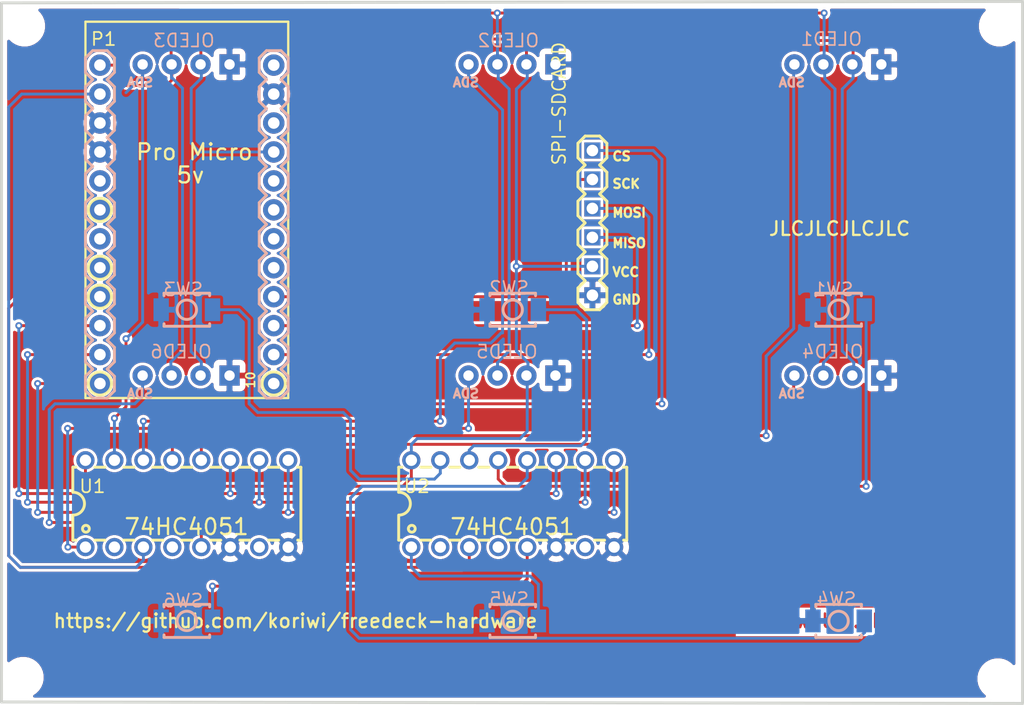
<source format=kicad_pcb>
(kicad_pcb (version 20171130) (host pcbnew "(5.1.6)-1")
  (layers (0 F.Cu signal) (31 B.Cu signal) (34 B.Paste user) (35 F.Paste user) (36 B.SilkS user) (37 F.SilkS user) (38 B.Mask user) (39 F.Mask user) (44 Edge.Cuts user))
  (net 0 "")
  (net 1 GND)
  (net 2 SW3)
  (net 3 SW1)
  (net 4 SW4)
  (net 5 SW6)
  (net 6 +5V)
  (net 7 CS)
  (net 8 MOSI)
  (net 9 MISO)
  (net 10 C)
  (net 11 B)
  (net 12 A)
  (net 13 SW2)
  (net 14 SW5)
  (net 15 X1)
  (net 16 SDA5)
  (net 17 SDA2)
  (net 18 SCL)
  (net 19 SDA6)
  (net 20 SDA3)
  (net 21 SDA1)
  (net 22 X2)
  (net 23 SCK)
  (net 24 SDA4)
  (net 25 RESET)
  (module easyeda:SSD1306_ARDUINO (layer F.Cu) (at 86.36 28.448)
    (fp_text reference OLED1 (at 2.159 -12.319) (layer B.SilkS) (effects (font (size 1.143 1.143) (thickness 0.152)) (justify left mirror)))
    (fp_text value SDA (at -2.85 -8.512) (layer B.SilkS) (effects (font (size 0.8 0.8) (thickness 0.203)) (justify left mirror)))
    (pad 1 thru_hole rect (at 3.744 -10.099) (size 1.778 1.778) (drill 0.914) (layers *.Cu *.Paste *.Mask) (net 1 GND))
    (pad 2 thru_hole circle (at 1.204 -10.1) (size 1.778 1.778) (drill 0.914) (layers *.Cu *.Paste *.Mask) (net 6 +5V))
    (pad 3 thru_hole circle (at -1.336 -10.1) (size 1.778 1.778) (drill 0.914) (layers *.Cu *.Paste *.Mask) (net 18 SCL))
    (pad 4 thru_hole circle (at -3.876 -10.1) (size 1.778 1.778) (drill 0.914) (layers *.Cu *.Paste *.Mask) (net 21 SDA1))
  )
  (module easyeda:SSD1306_ARDUINO (layer F.Cu) (at 57.785 28.448)
    (fp_text reference OLED2 (at 2.413 -12.192) (layer B.SilkS) (effects (font (size 1.143 1.143) (thickness 0.152)) (justify left mirror)))
    (fp_text value SDA (at -2.85 -8.512) (layer B.SilkS) (effects (font (size 0.8 0.8) (thickness 0.203)) (justify left mirror)))
    (pad 1 thru_hole rect (at 3.744 -10.099) (size 1.778 1.778) (drill 0.914) (layers *.Cu *.Paste *.Mask) (net 1 GND))
    (pad 2 thru_hole circle (at 1.204 -10.1) (size 1.778 1.778) (drill 0.914) (layers *.Cu *.Paste *.Mask) (net 6 +5V))
    (pad 3 thru_hole circle (at -1.336 -10.1) (size 1.778 1.778) (drill 0.914) (layers *.Cu *.Paste *.Mask) (net 18 SCL))
    (pad 4 thru_hole circle (at -3.876 -10.1) (size 1.778 1.778) (drill 0.914) (layers *.Cu *.Paste *.Mask) (net 17 SDA2))
  )
  (module easyeda:SSD1306_ARDUINO (layer F.Cu) (at 29.21 28.448)
    (fp_text reference OLED3 (at 2.539 -12.193) (layer B.SilkS) (effects (font (size 1.143 1.143) (thickness 0.152)) (justify left mirror)))
    (fp_text value SDA (at -2.85 -8.512) (layer B.SilkS) (effects (font (size 0.8 0.8) (thickness 0.203)) (justify left mirror)))
    (pad 1 thru_hole rect (at 3.744 -10.099) (size 1.778 1.778) (drill 0.914) (layers *.Cu *.Paste *.Mask) (net 1 GND))
    (pad 2 thru_hole circle (at 1.204 -10.1) (size 1.778 1.778) (drill 0.914) (layers *.Cu *.Paste *.Mask) (net 6 +5V))
    (pad 3 thru_hole circle (at -1.336 -10.1) (size 1.778 1.778) (drill 0.914) (layers *.Cu *.Paste *.Mask) (net 18 SCL))
    (pad 4 thru_hole circle (at -3.876 -10.1) (size 1.778 1.778) (drill 0.914) (layers *.Cu *.Paste *.Mask) (net 20 SDA3))
  )
  (module easyeda:SSD1306_ARDUINO (layer F.Cu) (at 86.36 55.753)
    (fp_text reference OLED4 (at 2.285 -12.193) (layer B.SilkS) (effects (font (size 1.143 1.143) (thickness 0.152)) (justify left mirror)))
    (fp_text value SDA (at -2.85 -8.512) (layer B.SilkS) (effects (font (size 0.8 0.8) (thickness 0.203)) (justify left mirror)))
    (pad 1 thru_hole rect (at 3.744 -10.099) (size 1.778 1.778) (drill 0.914) (layers *.Cu *.Paste *.Mask) (net 1 GND))
    (pad 2 thru_hole circle (at 1.204 -10.1) (size 1.778 1.778) (drill 0.914) (layers *.Cu *.Paste *.Mask) (net 6 +5V))
    (pad 3 thru_hole circle (at -1.336 -10.1) (size 1.778 1.778) (drill 0.914) (layers *.Cu *.Paste *.Mask) (net 18 SCL))
    (pad 4 thru_hole circle (at -3.876 -10.1) (size 1.778 1.778) (drill 0.914) (layers *.Cu *.Paste *.Mask) (net 24 SDA4))
  )
  (module easyeda:SSD1306_ARDUINO (layer F.Cu) (at 57.785 55.753)
    (fp_text reference OLED5 (at 2.285 -12.193) (layer B.SilkS) (effects (font (size 1.143 1.143) (thickness 0.152)) (justify left mirror)))
    (fp_text value SDA (at -2.85 -8.512) (layer B.SilkS) (effects (font (size 0.8 0.8) (thickness 0.203)) (justify left mirror)))
    (pad 1 thru_hole rect (at 3.744 -10.099) (size 1.778 1.778) (drill 0.914) (layers *.Cu *.Paste *.Mask) (net 1 GND))
    (pad 2 thru_hole circle (at 1.204 -10.1) (size 1.778 1.778) (drill 0.914) (layers *.Cu *.Paste *.Mask) (net 6 +5V))
    (pad 3 thru_hole circle (at -1.336 -10.1) (size 1.778 1.778) (drill 0.914) (layers *.Cu *.Paste *.Mask) (net 18 SCL))
    (pad 4 thru_hole circle (at -3.876 -10.1) (size 1.778 1.778) (drill 0.914) (layers *.Cu *.Paste *.Mask) (net 16 SDA5))
  )
  (module easyeda:SSD1306_ARDUINO (layer F.Cu) (at 29.21 55.753)
    (fp_text reference OLED6 (at 2.285 -12.193) (layer B.SilkS) (effects (font (size 1.143 1.143) (thickness 0.152)) (justify left mirror)))
    (fp_text value SDA (at -2.85 -8.512) (layer B.SilkS) (effects (font (size 0.8 0.8) (thickness 0.203)) (justify left mirror)))
    (pad 1 thru_hole rect (at 3.744 -10.099) (size 1.778 1.778) (drill 0.914) (layers *.Cu *.Paste *.Mask) (net 1 GND))
    (pad 2 thru_hole circle (at 1.204 -10.1) (size 1.778 1.778) (drill 0.914) (layers *.Cu *.Paste *.Mask) (net 6 +5V))
    (pad 3 thru_hole circle (at -1.336 -10.1) (size 1.778 1.778) (drill 0.914) (layers *.Cu *.Paste *.Mask) (net 18 SCL))
    (pad 4 thru_hole circle (at -3.876 -10.1) (size 1.778 1.778) (drill 0.914) (layers *.Cu *.Paste *.Mask) (net 19 SDA6))
  )
  (module easyeda:SW-SMD_L3.9-W3.0-P4.45 (layer F.Cu) (at 86.36 39.878)
    (fp_text reference SW1 (at 1.397 -1.778) (layer B.SilkS) (effects (font (size 1.143 1.143) (thickness 0.152)) (justify left mirror)))
    (fp_text value TS-1088R-02026 hide)
    (pad 1 smd rect (at 2.25 0) (size 1.35 2) (layers B.Cu B.Paste B.Mask) (net 3 SW1))
    (pad 2 smd rect (at -2.25 0) (size 1.35 2) (layers B.Cu B.Paste B.Mask) (net 1 GND))
  )
  (module easyeda:SW-SMD_L3.9-W3.0-P4.45 (layer F.Cu) (at 57.785 39.878)
    (fp_text reference SW2 (at 1.524 -1.905) (layer B.SilkS) (effects (font (size 1.143 1.143) (thickness 0.152)) (justify left mirror)))
    (fp_text value TS-1088R-02026 hide)
    (pad 1 smd rect (at 2.25 0) (size 1.35 2) (layers B.Cu B.Paste B.Mask) (net 13 SW2))
    (pad 2 smd rect (at -2.25 0) (size 1.35 2) (layers B.Cu B.Paste B.Mask) (net 1 GND))
  )
  (module easyeda:SW-SMD_L3.9-W3.0-P4.45 (layer F.Cu) (at 29.21 39.878)
    (fp_text reference SW3 (at 1.524 -1.778) (layer B.SilkS) (effects (font (size 1.143 1.143) (thickness 0.152)) (justify left mirror)))
    (fp_text value TS-1088R-02026 hide)
    (pad 1 smd rect (at 2.25 0) (size 1.35 2) (layers B.Cu B.Paste B.Mask) (net 2 SW3))
    (pad 2 smd rect (at -2.25 0) (size 1.35 2) (layers B.Cu B.Paste B.Mask) (net 1 GND))
  )
  (module easyeda:SW-SMD_L3.9-W3.0-P4.45 (layer F.Cu) (at 86.36 67.183)
    (fp_text reference SW4 (at 1.651 -1.905) (layer B.SilkS) (effects (font (size 1.143 1.143) (thickness 0.152)) (justify left mirror)))
    (fp_text value TS-1088R-02026 hide)
    (pad 1 smd rect (at 2.25 0) (size 1.35 2) (layers B.Cu B.Paste B.Mask) (net 4 SW4))
    (pad 2 smd rect (at -2.25 0) (size 1.35 2) (layers B.Cu B.Paste B.Mask) (net 1 GND))
  )
  (module easyeda:SW-SMD_L3.9-W3.0-P4.45 (layer F.Cu) (at 57.785 67.183)
    (fp_text reference SW5 (at 1.524 -1.905) (layer B.SilkS) (effects (font (size 1.143 1.143) (thickness 0.152)) (justify left mirror)))
    (fp_text value TS-1088R-02026 hide)
    (pad 1 smd rect (at 2.25 0) (size 1.35 2) (layers B.Cu B.Paste B.Mask) (net 14 SW5))
    (pad 2 smd rect (at -2.25 0) (size 1.35 2) (layers B.Cu B.Paste B.Mask) (net 1 GND))
  )
  (module easyeda:SW-SMD_L3.9-W3.0-P4.45 (layer F.Cu) (at 29.21 67.183)
    (fp_text reference SW6 (at 1.524 -1.778) (layer B.SilkS) (effects (font (size 1.143 1.143) (thickness 0.152)) (justify left mirror)))
    (fp_text value TS-1088R-02026 hide)
    (pad 1 smd rect (at 2.25 0) (size 1.35 2) (layers B.Cu B.Paste B.Mask) (net 5 SW6))
    (pad 2 smd rect (at -2.25 0) (size 1.35 2) (layers B.Cu B.Paste B.Mask) (net 1 GND))
  )
  (module "easyeda:PRO MICRO - 5V" (layer F.Cu) (at 29.21 32.385)
    (fp_text reference P1 (at -8.509 -16.256) (layer F.SilkS) (effects (font (size 1.143 1.143) (thickness 0.152)) (justify left)))
    (fp_text value 10 (at 5.588 14.478 -90) (layer F.SilkS) (effects (font (size 0.762 0.762) (thickness 0.152)) (justify left)))
    (pad 1 thru_hole circle (at -7.62 13.97) (size 1.88 1.88) (drill 1.016) (layers *.Cu *.Paste *.Mask) (net 10 C))
    (pad 2 thru_hole circle (at -7.62 11.43) (size 1.88 1.88) (drill 1.016) (layers *.Cu *.Paste *.Mask) (net 11 B))
    (pad 3 thru_hole circle (at -7.62 8.89) (size 1.88 1.88) (drill 1.016) (layers *.Cu *.Paste *.Mask) (net 12 A))
    (pad 4 thru_hole circle (at -7.62 6.35) (size 1.88 1.88) (drill 1.016) (layers *.Cu *.Paste *.Mask) (net 22 X2))
    (pad 5 thru_hole circle (at -7.62 3.81) (size 1.88 1.88) (drill 1.016) (layers *.Cu *.Paste *.Mask))
    (pad 6 thru_hole circle (at -7.62 1.27) (size 1.88 1.88) (drill 1.016) (layers *.Cu *.Paste *.Mask))
    (pad 7 thru_hole circle (at -7.62 -1.27) (size 1.88 1.88) (drill 1.016) (layers *.Cu *.Paste *.Mask))
    (pad 8 thru_hole circle (at -7.62 -3.81) (size 1.88 1.88) (drill 1.016) (layers *.Cu *.Paste *.Mask))
    (pad 9 thru_hole circle (at -7.62 -6.35) (size 1.88 1.88) (drill 1.016) (layers *.Cu *.Paste *.Mask) (net 1 GND))
    (pad 10 thru_hole circle (at -7.62 -8.89) (size 1.88 1.88) (drill 1.016) (layers *.Cu *.Paste *.Mask) (net 1 GND))
    (pad 11 thru_hole circle (at -7.62 -11.43) (size 1.88 1.88) (drill 1.016) (layers *.Cu *.Paste *.Mask) (net 15 X1))
    (pad 12 thru_hole circle (at -7.62 -13.97) (size 1.88 1.88) (drill 1.016) (layers *.Cu *.Paste *.Mask) (net 18 SCL))
    (pad 13 thru_hole circle (at 7.62 -13.97 180) (size 1.88 1.88) (drill 1.016) (layers *.Cu *.Paste *.Mask))
    (pad 14 thru_hole circle (at 7.62 -11.43 180) (size 1.88 1.88) (drill 1.016) (layers *.Cu *.Paste *.Mask) (net 1 GND))
    (pad 15 thru_hole circle (at 7.62 -8.89 180) (size 1.88 1.88) (drill 1.016) (layers *.Cu *.Paste *.Mask) (net 25 RESET))
    (pad 16 thru_hole circle (at 7.62 -6.35 180) (size 1.88 1.88) (drill 1.016) (layers *.Cu *.Paste *.Mask) (net 6 +5V))
    (pad 17 thru_hole circle (at 7.62 -3.81 180) (size 1.88 1.88) (drill 1.016) (layers *.Cu *.Paste *.Mask))
    (pad 18 thru_hole circle (at 7.62 -1.27 180) (size 1.88 1.88) (drill 1.016) (layers *.Cu *.Paste *.Mask))
    (pad 19 thru_hole circle (at 7.62 1.27 180) (size 1.88 1.88) (drill 1.016) (layers *.Cu *.Paste *.Mask))
    (pad 20 thru_hole circle (at 7.62 3.81 180) (size 1.88 1.88) (drill 1.016) (layers *.Cu *.Paste *.Mask))
    (pad 21 thru_hole circle (at 7.62 6.35 180) (size 1.88 1.88) (drill 1.016) (layers *.Cu *.Paste *.Mask) (net 23 SCK))
    (pad 22 thru_hole circle (at 7.62 8.89 180) (size 1.88 1.88) (drill 1.016) (layers *.Cu *.Paste *.Mask) (net 9 MISO))
    (pad 23 thru_hole circle (at 7.62 11.43 180) (size 1.88 1.88) (drill 1.016) (layers *.Cu *.Paste *.Mask) (net 8 MOSI))
    (pad 24 thru_hole circle (at 7.62 13.97 180) (size 1.88 1.88) (drill 1.016) (layers *.Cu *.Paste *.Mask) (net 7 CS))
  )
  (module easyeda:06X1-PTH (layer F.Cu) (at 64.77 32.258 90)
    (fp_text reference SPI-SDCARD (at 4.953 -2.921 -90) (layer F.SilkS) (effects (font (size 1.143 1.143) (thickness 0.152)) (justify left)))
    (fp_text value HEADER-06X1-MALE hide)
    (pad 1 thru_hole rect (at -6.35 0 90) (size 1.415 1.415) (drill 1.016) (layers *.Cu *.Paste *.Mask) (net 1 GND))
    (pad 3 thru_hole rect (at -1.27 0 90) (size 1.415 1.415) (drill 1.016) (layers *.Cu *.Paste *.Mask) (net 9 MISO))
    (pad 5 thru_hole rect (at 3.81 0 90) (size 1.415 1.415) (drill 1.016) (layers *.Cu *.Paste *.Mask) (net 23 SCK))
    (pad 2 thru_hole rect (at -3.81 0 90) (size 1.415 1.415) (drill 1.016) (layers *.Cu *.Paste *.Mask) (net 6 +5V))
    (pad 4 thru_hole rect (at 1.27 0 90) (size 1.415 1.415) (drill 1.016) (layers *.Cu *.Paste *.Mask) (net 8 MOSI))
    (pad 6 thru_hole rect (at 6.35 0 90) (size 1.415 1.415) (drill 1.016) (layers *.Cu *.Paste *.Mask) (net 7 CS))
  )
  (module easyeda:DIP-16_L20.0-W6.4-P2.54-LS7.6-BL (layer F.Cu) (at 29.21 56.896)
    (fp_text reference U1 (at -9.525 -1.524) (layer F.SilkS) (effects (font (size 1.143 1.143) (thickness 0.152)) (justify left)))
    (fp_text value CD74HC4051E hide)
    (pad 1 thru_hole circle (at -8.89 3.81 90) (size 1.6 1.6) (drill 1) (layers *.Cu *.Paste *.Mask) (net 16 SDA5))
    (pad 2 thru_hole circle (at -6.35 3.81 90) (size 1.6 1.6) (drill 1) (layers *.Cu *.Paste *.Mask))
    (pad 3 thru_hole circle (at -3.81 3.81 90) (size 1.6 1.6) (drill 1) (layers *.Cu *.Paste *.Mask) (net 15 X1))
    (pad 4 thru_hole circle (at -1.27 3.81 90) (size 1.6 1.6) (drill 1) (layers *.Cu *.Paste *.Mask))
    (pad 5 thru_hole circle (at 1.27 3.81 90) (size 1.6 1.6) (drill 1) (layers *.Cu *.Paste *.Mask) (net 19 SDA6))
    (pad 6 thru_hole circle (at 3.81 3.81 90) (size 1.6 1.6) (drill 1) (layers *.Cu *.Paste *.Mask) (net 1 GND))
    (pad 7 thru_hole circle (at 6.35 3.81 90) (size 1.6 1.6) (drill 1) (layers *.Cu *.Paste *.Mask))
    (pad 8 thru_hole circle (at 8.89 3.81 90) (size 1.6 1.6) (drill 1) (layers *.Cu *.Paste *.Mask) (net 1 GND))
    (pad 9 thru_hole circle (at 8.89 -3.81 90) (size 1.6 1.6) (drill 1) (layers *.Cu *.Paste *.Mask) (net 10 C))
    (pad 10 thru_hole circle (at 6.35 -3.81 90) (size 1.6 1.6) (drill 1) (layers *.Cu *.Paste *.Mask) (net 11 B))
    (pad 11 thru_hole circle (at 3.81 -3.81 90) (size 1.6 1.6) (drill 1) (layers *.Cu *.Paste *.Mask) (net 12 A))
    (pad 12 thru_hole circle (at 1.27 -3.81 90) (size 1.6 1.6) (drill 1) (layers *.Cu *.Paste *.Mask) (net 24 SDA4))
    (pad 13 thru_hole circle (at -1.27 -3.81 90) (size 1.6 1.6) (drill 1) (layers *.Cu *.Paste *.Mask) (net 21 SDA1))
    (pad 14 thru_hole circle (at -3.81 -3.81 90) (size 1.6 1.6) (drill 1) (layers *.Cu *.Paste *.Mask) (net 17 SDA2))
    (pad 15 thru_hole circle (at -6.35 -3.81 90) (size 1.6 1.6) (drill 1) (layers *.Cu *.Paste *.Mask) (net 20 SDA3))
    (pad 16 thru_hole circle (at -8.89 -3.81 90) (size 1.6 1.6) (drill 1) (layers *.Cu *.Paste *.Mask) (net 6 +5V))
  )
  (module easyeda:DIP-16_L20.0-W6.4-P2.54-LS7.6-BL (layer F.Cu) (at 57.785 56.896)
    (fp_text reference U2 (at -9.652 -1.524) (layer F.SilkS) (effects (font (size 1.143 1.143) (thickness 0.152)) (justify left)))
    (fp_text value CD74HC4051E hide)
    (pad 1 thru_hole circle (at -8.89 3.81 90) (size 1.6 1.6) (drill 1) (layers *.Cu *.Paste *.Mask) (net 14 SW5))
    (pad 2 thru_hole circle (at -6.35 3.81 90) (size 1.6 1.6) (drill 1) (layers *.Cu *.Paste *.Mask))
    (pad 3 thru_hole circle (at -3.81 3.81 90) (size 1.6 1.6) (drill 1) (layers *.Cu *.Paste *.Mask) (net 22 X2))
    (pad 4 thru_hole circle (at -1.27 3.81 90) (size 1.6 1.6) (drill 1) (layers *.Cu *.Paste *.Mask))
    (pad 5 thru_hole circle (at 1.27 3.81 90) (size 1.6 1.6) (drill 1) (layers *.Cu *.Paste *.Mask) (net 5 SW6))
    (pad 6 thru_hole circle (at 3.81 3.81 90) (size 1.6 1.6) (drill 1) (layers *.Cu *.Paste *.Mask) (net 1 GND))
    (pad 7 thru_hole circle (at 6.35 3.81 90) (size 1.6 1.6) (drill 1) (layers *.Cu *.Paste *.Mask))
    (pad 8 thru_hole circle (at 8.89 3.81 90) (size 1.6 1.6) (drill 1) (layers *.Cu *.Paste *.Mask) (net 1 GND))
    (pad 9 thru_hole circle (at 8.89 -3.81 90) (size 1.6 1.6) (drill 1) (layers *.Cu *.Paste *.Mask) (net 10 C))
    (pad 10 thru_hole circle (at 6.35 -3.81 90) (size 1.6 1.6) (drill 1) (layers *.Cu *.Paste *.Mask) (net 11 B))
    (pad 11 thru_hole circle (at 3.81 -3.81 90) (size 1.6 1.6) (drill 1) (layers *.Cu *.Paste *.Mask) (net 12 A))
    (pad 12 thru_hole circle (at 1.27 -3.81 90) (size 1.6 1.6) (drill 1) (layers *.Cu *.Paste *.Mask) (net 4 SW4))
    (pad 13 thru_hole circle (at -1.27 -3.81 90) (size 1.6 1.6) (drill 1) (layers *.Cu *.Paste *.Mask) (net 3 SW1))
    (pad 14 thru_hole circle (at -3.81 -3.81 90) (size 1.6 1.6) (drill 1) (layers *.Cu *.Paste *.Mask) (net 13 SW2))
    (pad 15 thru_hole circle (at -6.35 -3.81 90) (size 1.6 1.6) (drill 1) (layers *.Cu *.Paste *.Mask) (net 2 SW3))
    (pad 16 thru_hole circle (at -8.89 -3.81 90) (size 1.6 1.6) (drill 1) (layers *.Cu *.Paste *.Mask) (net 6 +5V))
  )
  (module AutoGenerated:MountingHole_3.10mm (layer F.Cu) (at 14.986 14.986)
    (fp_text reference "" (at 0 0) (layer F.SilkS) (effects (font (size 1.27 1.27))))
    (fp_text value "" (at 0 0) (layer F.SilkS) (effects (font (size 1.27 1.27))))
    (pad "" np_thru_hole circle (at 0 0) (size 3.096 3.096) (drill 3.096) (layers *.Cu *.Mask))
  )
  (module AutoGenerated:MountingHole_3.10mm (layer F.Cu) (at 100.33 72.263)
    (fp_text reference "" (at 0 0) (layer F.SilkS) (effects (font (size 1.27 1.27))))
    (fp_text value "" (at 0 0) (layer F.SilkS) (effects (font (size 1.27 1.27))))
    (pad "" np_thru_hole circle (at 0 0) (size 3.096 3.096) (drill 3.096) (layers *.Cu *.Mask))
  )
  (module AutoGenerated:MountingHole_3.10mm (layer F.Cu) (at 100.457 14.986)
    (fp_text reference "" (at 0 0) (layer F.SilkS) (effects (font (size 1.27 1.27))))
    (fp_text value "" (at 0 0) (layer F.SilkS) (effects (font (size 1.27 1.27))))
    (pad "" np_thru_hole circle (at 0 0) (size 3.096 3.096) (drill 3.096) (layers *.Cu *.Mask))
  )
  (module AutoGenerated:MountingHole_3.10mm (layer F.Cu) (at 14.859 72.136)
    (fp_text reference "" (at 0 0) (layer F.SilkS) (effects (font (size 1.27 1.27))))
    (fp_text value "" (at 0 0) (layer F.SilkS) (effects (font (size 1.27 1.27))))
    (pad "" np_thru_hole circle (at 0 0) (size 3.096 3.096) (drill 3.096) (layers *.Cu *.Mask))
  )
  (gr_line (start 12.954 12.954) (end 102.489 12.827) (layer Edge.Cuts) (width 0.254))
  (gr_line (start 102.489 12.827) (end 102.489 74.422) (layer Edge.Cuts) (width 0.254))
  (gr_line (start 102.489 74.422) (end 12.954 74.295) (layer Edge.Cuts) (width 0.254))
  (gr_line (start 12.954 74.295) (end 12.954 12.954) (layer Edge.Cuts) (width 0.254))
  (gr_text "adamwelch.uk 2020-02" (at 77.597 67.183) (layer F.Cu) (effects (font (size 1.2 1.2) (thickness 0.203)) (justify left)))
  (gr_text 5v (at 28.194 28.067) (layer F.SilkS) (effects (font (size 1.4 1.4) (thickness 0.203)) (justify left)))
  (gr_text "Pro Micro" (at 24.638 26.035) (layer F.SilkS) (effects (font (size 1.4 1.4) (thickness 0.203)) (justify left)))
  (gr_text CS (at 66.421 26.416) (layer F.SilkS) (effects (font (size 0.8 0.8) (thickness 0.203)) (justify left)))
  (gr_text SCK (at 66.421 28.829) (layer F.SilkS) (effects (font (size 0.8 0.8) (thickness 0.203)) (justify left)))
  (gr_text MOSI (at 66.421 31.369) (layer F.SilkS) (effects (font (size 0.8 0.8) (thickness 0.203)) (justify left)))
  (gr_text MISO (at 66.421 34.036) (layer F.SilkS) (effects (font (size 0.8 0.8) (thickness 0.203)) (justify left)))
  (gr_text VCC (at 66.421 36.576) (layer F.SilkS) (effects (font (size 0.8 0.8) (thickness 0.203)) (justify left)))
  (gr_text GND (at 66.421 38.989) (layer F.SilkS) (effects (font (size 0.8 0.8) (thickness 0.203)) (justify left)))
  (gr_text https://github.com/koriwi/freedeck-hardware (at 17.399 67.183) (layer F.SilkS) (effects (font (size 1.2 1.2) (thickness 0.203)) (justify left)))
  (gr_text 74HC4051 (at 23.622 58.928) (layer F.SilkS) (effects (font (size 1.4 1.4) (thickness 0.203)) (justify left)))
  (gr_text 74HC4051 (at 52.197 58.928) (layer F.SilkS) (effects (font (size 1.4 1.4) (thickness 0.203)) (justify left)))
  (gr_text JLCJLCJLCJLC (at 80.137 32.766) (layer F.SilkS) (effects (font (size 1.2 1.2) (thickness 0.203)) (justify left)))
  (segment (start 31.46 39.878) (end 33.782 39.878) (width 0.256) (layer B.Cu) (net 2))
  (segment (start 33.782 39.878) (end 34.671 40.767) (width 0.256) (layer B.Cu) (net 2))
  (segment (start 34.671 40.767) (end 34.671 48.133) (width 0.256) (layer B.Cu) (net 2))
  (segment (start 34.671 48.133) (end 35.433 48.895) (width 0.256) (layer B.Cu) (net 2))
  (segment (start 35.433 48.895) (end 42.926 48.895) (width 0.256) (layer B.Cu) (net 2))
  (segment (start 42.926 48.895) (end 43.561 49.53) (width 0.256) (layer B.Cu) (net 2))
  (segment (start 43.561 49.53) (end 43.561 53.975) (width 0.256) (layer B.Cu) (net 2))
  (segment (start 43.561 53.975) (end 44.323 54.737) (width 0.256) (layer B.Cu) (net 2))
  (segment (start 44.323 54.737) (end 50.927 54.737) (width 0.256) (layer B.Cu) (net 2))
  (segment (start 50.927 54.737) (end 51.435 54.229) (width 0.256) (layer B.Cu) (net 2))
  (segment (start 51.435 54.229) (end 51.435 53.086) (width 0.256) (layer B.Cu) (net 2))
  (segment (start 88.61 39.878) (end 88.773 40.041) (width 0.256) (layer B.Cu) (net 3))
  (segment (start 88.773 40.041) (end 88.773 55.372) (width 0.256) (layer B.Cu) (net 3))
  (segment (start 56.515 53.086) (end 56.515 54.737) (width 0.256) (layer F.Cu) (net 3))
  (segment (start 56.515 54.737) (end 57.15 55.372) (width 0.256) (layer F.Cu) (net 3))
  (segment (start 57.15 55.372) (end 88.773 55.372) (width 0.256) (layer F.Cu) (net 3))
  (via (at 88.773 55.372) (size 0.61) (drill 0.305) (layers F.Cu B.Cu) (net 3))
  (segment (start 88.61 67.183) (end 88.646 68.199) (width 0.256) (layer B.Cu) (net 4))
  (segment (start 88.646 68.199) (end 88.029 68.707) (width 0.256) (layer B.Cu) (net 4))
  (segment (start 88.029 68.707) (end 44.323 68.707) (width 0.256) (layer B.Cu) (net 4))
  (segment (start 44.323 68.707) (end 43.561 67.945) (width 0.256) (layer B.Cu) (net 4))
  (segment (start 43.561 67.945) (end 43.561 56.388) (width 0.256) (layer B.Cu) (net 4))
  (segment (start 43.561 56.388) (end 44.577 55.372) (width 0.256) (layer B.Cu) (net 4))
  (segment (start 44.577 55.372) (end 58.293 55.372) (width 0.256) (layer B.Cu) (net 4))
  (segment (start 58.293 55.372) (end 59.055 54.61) (width 0.256) (layer B.Cu) (net 4))
  (segment (start 59.055 54.61) (end 59.055 53.086) (width 0.256) (layer B.Cu) (net 4))
  (segment (start 31.46 67.183) (end 31.46 64.135) (width 0.256) (layer B.Cu) (net 5))
  (segment (start 31.46 64.135) (end 58.42 64.135) (width 0.256) (layer F.Cu) (net 5))
  (segment (start 58.42 64.135) (end 59.055 63.5) (width 0.256) (layer F.Cu) (net 5))
  (segment (start 59.055 63.5) (end 59.055 60.706) (width 0.256) (layer F.Cu) (net 5))
  (via (at 31.46 64.135) (size 0.61) (drill 0.305) (layers F.Cu B.Cu) (net 5))
  (segment (start 64.77 36.068) (end 58.105 36.068) (width 0.256) (layer B.Cu) (net 6))
  (segment (start 48.895 53.086) (end 48.895 51.689) (width 0.256) (layer B.Cu) (net 6))
  (segment (start 48.895 51.689) (end 49.403 51.181) (width 0.256) (layer B.Cu) (net 6))
  (segment (start 49.403 51.181) (end 58.42 51.181) (width 0.256) (layer B.Cu) (net 6))
  (segment (start 58.42 51.181) (end 59.055 50.546) (width 0.256) (layer B.Cu) (net 6))
  (segment (start 59.055 50.546) (end 59.055 45.719) (width 0.256) (layer B.Cu) (net 6))
  (segment (start 59.055 45.719) (end 58.989 45.653) (width 0.256) (layer B.Cu) (net 6))
  (segment (start 59.055 18.415) (end 59.055 19.564) (width 0.256) (layer B.Cu) (net 6))
  (segment (start 59.055 19.564) (end 58.105 20.514) (width 0.256) (layer B.Cu) (net 6))
  (segment (start 58.105 20.514) (end 58.105 43.501) (width 0.256) (layer B.Cu) (net 6))
  (segment (start 58.105 43.501) (end 59.121 44.517) (width 0.256) (layer B.Cu) (net 6))
  (segment (start 59.121 44.517) (end 59.121 45.654) (width 0.256) (layer B.Cu) (net 6))
  (segment (start 59.121 45.654) (end 59.055 45.72) (width 0.256) (layer B.Cu) (net 6))
  (segment (start 36.83 26.035) (end 30.353 26.035) (width 0.256) (layer B.Cu) (net 6))
  (segment (start 30.353 26.035) (end 29.591 25.273) (width 0.256) (layer B.Cu) (net 6))
  (segment (start 29.591 25.273) (end 29.591 20.447) (width 0.256) (layer B.Cu) (net 6))
  (segment (start 29.591 20.447) (end 30.48 19.558) (width 0.256) (layer B.Cu) (net 6))
  (segment (start 30.48 19.558) (end 30.48 18.415) (width 0.256) (layer B.Cu) (net 6))
  (segment (start 87.63 18.415) (end 87.63 19.563) (width 0.256) (layer B.Cu) (net 6))
  (segment (start 87.63 19.563) (end 86.68 20.513) (width 0.256) (layer B.Cu) (net 6))
  (segment (start 86.68 20.513) (end 86.68 43.5) (width 0.256) (layer B.Cu) (net 6))
  (segment (start 86.68 43.5) (end 87.696 44.516) (width 0.256) (layer B.Cu) (net 6))
  (segment (start 87.696 44.516) (end 87.63 45.593) (width 0.256) (layer B.Cu) (net 6))
  (segment (start 30.353 26.035) (end 29.591 26.797) (width 0.256) (layer B.Cu) (net 6))
  (segment (start 29.591 26.797) (end 29.591 43.561) (width 0.256) (layer B.Cu) (net 6))
  (segment (start 29.591 43.561) (end 30.48 44.45) (width 0.256) (layer B.Cu) (net 6))
  (segment (start 30.48 44.45) (end 30.48 45.72) (width 0.256) (layer B.Cu) (net 6))
  (segment (start 20.32 53.086) (end 20.32 54.61) (width 0.256) (layer F.Cu) (net 6))
  (segment (start 20.32 54.61) (end 21.082 55.372) (width 0.256) (layer F.Cu) (net 6))
  (segment (start 21.082 55.372) (end 48.133 55.372) (width 0.256) (layer F.Cu) (net 6))
  (segment (start 48.133 55.372) (end 48.895 54.61) (width 0.256) (layer F.Cu) (net 6))
  (segment (start 48.895 54.61) (end 48.895 53.086) (width 0.256) (layer F.Cu) (net 6))
  (segment (start 58.989 18.348) (end 58.989 16.637) (width 0.256) (layer F.Cu) (net 6))
  (segment (start 58.989 16.637) (end 58.547 16.129) (width 0.256) (layer F.Cu) (net 6))
  (segment (start 58.547 16.129) (end 30.861 16.129) (width 0.256) (layer F.Cu) (net 6))
  (segment (start 30.861 16.129) (end 30.414 16.576) (width 0.256) (layer F.Cu) (net 6))
  (segment (start 30.414 16.576) (end 30.48 18.415) (width 0.256) (layer F.Cu) (net 6))
  (segment (start 58.989 16.637) (end 59.055 16.637) (width 0.256) (layer F.Cu) (net 6))
  (segment (start 59.055 16.637) (end 59.436 16.256) (width 0.256) (layer F.Cu) (net 6))
  (segment (start 59.436 16.256) (end 87.249 16.256) (width 0.256) (layer F.Cu) (net 6))
  (segment (start 87.249 16.256) (end 87.63 16.637) (width 0.256) (layer F.Cu) (net 6))
  (segment (start 87.63 16.637) (end 87.63 18.415) (width 0.256) (layer F.Cu) (net 6))
  (via (at 58.105 36.068) (size 0.61) (drill 0.305) (layers F.Cu B.Cu) (net 6))
  (segment (start 70.866 48.133) (end 70.866 26.67) (width 0.256) (layer B.Cu) (net 7))
  (segment (start 70.866 26.67) (end 70.104 25.908) (width 0.256) (layer B.Cu) (net 7))
  (segment (start 70.104 25.908) (end 64.77 25.908) (width 0.256) (layer B.Cu) (net 7))
  (segment (start 36.83 46.355) (end 49.022 46.355) (width 0.256) (layer F.Cu) (net 7))
  (segment (start 49.022 46.355) (end 50.8 48.133) (width 0.256) (layer F.Cu) (net 7))
  (segment (start 50.8 48.133) (end 70.866 48.133) (width 0.256) (layer F.Cu) (net 7))
  (via (at 70.866 48.133) (size 0.61) (drill 0.305) (layers F.Cu B.Cu) (net 7))
  (segment (start 69.723 43.815) (end 69.723 31.75) (width 0.256) (layer B.Cu) (net 8))
  (segment (start 69.723 31.75) (end 68.961 30.988) (width 0.256) (layer B.Cu) (net 8))
  (segment (start 68.961 30.988) (end 64.77 30.988) (width 0.256) (layer B.Cu) (net 8))
  (segment (start 36.83 43.815) (end 69.723 43.815) (width 0.256) (layer F.Cu) (net 8))
  (via (at 69.723 43.815) (size 0.61) (drill 0.305) (layers F.Cu B.Cu) (net 8))
  (segment (start 68.707 41.275) (end 68.707 34.417) (width 0.256) (layer B.Cu) (net 9))
  (segment (start 68.707 34.417) (end 67.818 33.528) (width 0.256) (layer B.Cu) (net 9))
  (segment (start 67.818 33.528) (end 64.77 33.528) (width 0.256) (layer B.Cu) (net 9))
  (segment (start 36.83 41.275) (end 68.707 41.275) (width 0.256) (layer F.Cu) (net 9))
  (via (at 68.707 41.275) (size 0.61) (drill 0.305) (layers F.Cu B.Cu) (net 9))
  (segment (start 66.675 53.086) (end 66.675 57.658) (width 0.256) (layer B.Cu) (net 10))
  (segment (start 38.1 53.086) (end 38.1 57.658) (width 0.256) (layer B.Cu) (net 10))
  (segment (start 16.129 46.355) (end 16.129 57.658) (width 0.256) (layer B.Cu) (net 10))
  (segment (start 38.1 57.658) (end 66.675 57.658) (width 0.256) (layer F.Cu) (net 10))
  (segment (start 16.129 57.658) (end 38.1 57.658) (width 0.256) (layer F.Cu) (net 10))
  (segment (start 21.59 46.355) (end 16.129 46.355) (width 0.256) (layer F.Cu) (net 10))
  (via (at 16.129 46.355) (size 0.61) (drill 0.305) (layers F.Cu B.Cu) (net 10))
  (via (at 16.129 57.658) (size 0.61) (drill 0.305) (layers F.Cu B.Cu) (net 10))
  (via (at 38.1 57.658) (size 0.61) (drill 0.305) (layers F.Cu B.Cu) (net 10))
  (via (at 66.675 57.658) (size 0.61) (drill 0.305) (layers F.Cu B.Cu) (net 10))
  (segment (start 64.135 53.086) (end 64.135 56.769) (width 0.256) (layer B.Cu) (net 11))
  (segment (start 35.56 56.769) (end 35.56 53.086) (width 0.256) (layer B.Cu) (net 11))
  (segment (start 15.24 43.815) (end 15.24 56.769) (width 0.256) (layer B.Cu) (net 11))
  (segment (start 35.56 56.769) (end 64.135 56.769) (width 0.256) (layer F.Cu) (net 11))
  (segment (start 15.24 56.769) (end 35.56 56.769) (width 0.256) (layer F.Cu) (net 11))
  (segment (start 21.59 43.815) (end 15.24 43.815) (width 0.256) (layer F.Cu) (net 11))
  (via (at 15.24 43.815) (size 0.61) (drill 0.305) (layers F.Cu B.Cu) (net 11))
  (via (at 15.24 56.769) (size 0.61) (drill 0.305) (layers F.Cu B.Cu) (net 11))
  (via (at 35.56 56.769) (size 0.61) (drill 0.305) (layers F.Cu B.Cu) (net 11))
  (via (at 64.135 56.769) (size 0.61) (drill 0.305) (layers F.Cu B.Cu) (net 11))
  (segment (start 61.595 53.086) (end 61.595 56.007) (width 0.256) (layer B.Cu) (net 12))
  (segment (start 33.02 53.086) (end 33.02 56.007) (width 0.256) (layer B.Cu) (net 12))
  (segment (start 14.478 41.275) (end 14.478 56.007) (width 0.256) (layer B.Cu) (net 12))
  (segment (start 33.02 56.007) (end 61.595 56.007) (width 0.256) (layer F.Cu) (net 12))
  (segment (start 14.478 56.007) (end 33.02 56.007) (width 0.256) (layer F.Cu) (net 12))
  (segment (start 21.59 41.275) (end 14.478 41.275) (width 0.256) (layer F.Cu) (net 12))
  (via (at 14.478 41.275) (size 0.61) (drill 0.305) (layers F.Cu B.Cu) (net 12))
  (via (at 14.478 56.007) (size 0.61) (drill 0.305) (layers F.Cu B.Cu) (net 12))
  (via (at 33.02 56.007) (size 0.61) (drill 0.305) (layers F.Cu B.Cu) (net 12))
  (via (at 61.595 56.007) (size 0.61) (drill 0.305) (layers F.Cu B.Cu) (net 12))
  (segment (start 60.035 39.878) (end 63.373 39.878) (width 0.256) (layer B.Cu) (net 13))
  (segment (start 63.373 39.878) (end 64.262 40.767) (width 0.256) (layer B.Cu) (net 13))
  (segment (start 64.262 40.767) (end 64.262 51.308) (width 0.256) (layer B.Cu) (net 13))
  (segment (start 64.262 51.308) (end 63.754 51.816) (width 0.256) (layer B.Cu) (net 13))
  (segment (start 63.754 51.816) (end 54.356 51.816) (width 0.256) (layer B.Cu) (net 13))
  (segment (start 54.356 51.816) (end 53.975 52.197) (width 0.256) (layer B.Cu) (net 13))
  (segment (start 53.975 52.197) (end 53.975 53.086) (width 0.256) (layer B.Cu) (net 13))
  (segment (start 60.035 67.183) (end 60.035 63.972) (width 0.256) (layer B.Cu) (net 14))
  (segment (start 60.035 63.972) (end 59.309 63.246) (width 0.256) (layer B.Cu) (net 14))
  (segment (start 59.309 63.246) (end 49.657 63.246) (width 0.256) (layer B.Cu) (net 14))
  (segment (start 49.657 63.246) (end 48.895 62.484) (width 0.256) (layer B.Cu) (net 14))
  (segment (start 48.895 62.484) (end 48.895 60.706) (width 0.256) (layer B.Cu) (net 14))
  (segment (start 21.59 20.955) (end 14.732 20.955) (width 0.256) (layer B.Cu) (net 15))
  (segment (start 14.732 20.955) (end 13.589 22.098) (width 0.256) (layer B.Cu) (net 15))
  (segment (start 13.589 22.098) (end 13.589 61.468) (width 0.256) (layer B.Cu) (net 15))
  (segment (start 13.589 61.468) (end 14.605 62.484) (width 0.256) (layer B.Cu) (net 15))
  (segment (start 14.605 62.484) (end 24.765 62.484) (width 0.256) (layer B.Cu) (net 15))
  (segment (start 24.765 62.484) (end 25.4 61.849) (width 0.256) (layer B.Cu) (net 15))
  (segment (start 25.4 61.849) (end 25.4 60.706) (width 0.256) (layer B.Cu) (net 15))
  (segment (start 18.757 50.292) (end 18.757 60.679) (width 0.256) (layer B.Cu) (net 16))
  (segment (start 18.757 60.679) (end 18.785 60.706) (width 0.256) (layer B.Cu) (net 16))
  (segment (start 53.909 45.653) (end 53.909 50.292) (width 0.256) (layer B.Cu) (net 16))
  (segment (start 18.785 60.706) (end 20.32 60.706) (width 0.256) (layer F.Cu) (net 16))
  (segment (start 53.909 50.292) (end 18.757 50.292) (width 0.256) (layer F.Cu) (net 16))
  (via (at 53.909 50.292) (size 0.61) (drill 0.305) (layers F.Cu B.Cu) (net 16))
  (via (at 18.757 50.292) (size 0.61) (drill 0.305) (layers F.Cu B.Cu) (net 16))
  (via (at 18.785 60.706) (size 0.61) (drill 0.305) (layers F.Cu B.Cu) (net 16))
  (segment (start 25.4 49.657) (end 25.4 53.086) (width 0.256) (layer B.Cu) (net 17))
  (segment (start 53.909 18.349) (end 53.909 19.365) (width 0.256) (layer B.Cu) (net 17))
  (segment (start 53.909 19.365) (end 56.896 22.352) (width 0.256) (layer B.Cu) (net 17))
  (segment (start 56.896 22.352) (end 56.896 41.91) (width 0.256) (layer B.Cu) (net 17))
  (segment (start 56.896 41.91) (end 56.769 41.91) (width 0.256) (layer B.Cu) (net 17))
  (segment (start 56.769 41.91) (end 55.88 42.799) (width 0.256) (layer B.Cu) (net 17))
  (segment (start 55.88 42.799) (end 52.705 42.799) (width 0.256) (layer B.Cu) (net 17))
  (segment (start 52.705 42.799) (end 51.435 44.069) (width 0.256) (layer B.Cu) (net 17))
  (segment (start 51.435 44.069) (end 51.435 49.657) (width 0.256) (layer B.Cu) (net 17))
  (segment (start 51.435 49.657) (end 25.4 49.657) (width 0.256) (layer F.Cu) (net 17))
  (via (at 51.435 49.657) (size 0.61) (drill 0.305) (layers F.Cu B.Cu) (net 17))
  (via (at 25.4 49.657) (size 0.61) (drill 0.305) (layers F.Cu B.Cu) (net 17))
  (segment (start 56.515 18.415) (end 56.515 19.625) (width 0.256) (layer B.Cu) (net 18))
  (segment (start 56.515 19.625) (end 56.581 19.625) (width 0.256) (layer B.Cu) (net 18))
  (segment (start 56.581 19.625) (end 57.47 20.514) (width 0.256) (layer B.Cu) (net 18))
  (segment (start 57.47 20.514) (end 57.47 43.501) (width 0.256) (layer B.Cu) (net 18))
  (segment (start 57.47 43.501) (end 56.454 44.517) (width 0.256) (layer B.Cu) (net 18))
  (segment (start 56.454 44.517) (end 56.454 45.659) (width 0.256) (layer B.Cu) (net 18))
  (segment (start 56.454 45.659) (end 56.515 45.72) (width 0.256) (layer B.Cu) (net 18))
  (segment (start 56.434 13.843) (end 56.449 18.349) (width 0.256) (layer B.Cu) (net 18))
  (segment (start 85.09 13.843) (end 85.09 18.288) (width 0.256) (layer B.Cu) (net 18))
  (segment (start 85.09 18.415) (end 85.156 19.624) (width 0.256) (layer B.Cu) (net 18))
  (segment (start 85.156 19.624) (end 86.045 20.513) (width 0.256) (layer B.Cu) (net 18))
  (segment (start 86.045 20.513) (end 86.045 43.5) (width 0.256) (layer B.Cu) (net 18))
  (segment (start 86.045 43.5) (end 85.029 44.516) (width 0.256) (layer B.Cu) (net 18))
  (segment (start 85.029 44.516) (end 84.963 45.72) (width 0.256) (layer B.Cu) (net 18))
  (segment (start 27.813 18.415) (end 27.874 19.558) (width 0.256) (layer B.Cu) (net 18))
  (segment (start 27.874 19.558) (end 27.94 19.558) (width 0.256) (layer B.Cu) (net 18))
  (segment (start 27.94 19.558) (end 28.829 20.447) (width 0.256) (layer B.Cu) (net 18))
  (segment (start 28.829 20.447) (end 28.829 43.434) (width 0.256) (layer B.Cu) (net 18))
  (segment (start 28.829 43.434) (end 27.813 44.45) (width 0.256) (layer B.Cu) (net 18))
  (segment (start 27.813 44.45) (end 27.813 45.72) (width 0.256) (layer B.Cu) (net 18))
  (segment (start 56.433 13.843) (end 85.09 13.843) (width 0.256) (layer F.Cu) (net 18))
  (segment (start 27.94 18.415) (end 27.874 19.751) (width 0.256) (layer F.Cu) (net 18))
  (segment (start 27.874 19.751) (end 27.432 20.193) (width 0.256) (layer F.Cu) (net 18))
  (segment (start 27.432 20.193) (end 23.876 20.193) (width 0.256) (layer F.Cu) (net 18))
  (segment (start 23.876 20.193) (end 23.368 19.685) (width 0.256) (layer F.Cu) (net 18))
  (segment (start 23.368 19.685) (end 23.368 18.923) (width 0.256) (layer F.Cu) (net 18))
  (segment (start 23.368 18.923) (end 22.86 18.415) (width 0.256) (layer F.Cu) (net 18))
  (segment (start 22.86 18.415) (end 21.59 18.415) (width 0.256) (layer F.Cu) (net 18))
  (segment (start 27.813 18.288) (end 27.874 14.925) (width 0.256) (layer F.Cu) (net 18))
  (segment (start 27.874 14.925) (end 28.956 13.843) (width 0.256) (layer F.Cu) (net 18))
  (segment (start 28.956 13.843) (end 56.433 13.843) (width 0.256) (layer F.Cu) (net 18))
  (via (at 56.433 13.843) (size 0.61) (drill 0.305) (layers F.Cu B.Cu) (net 18))
  (via (at 85.09 13.843) (size 0.61) (drill 0.305) (layers F.Cu B.Cu) (net 18))
  (segment (start 25.334 45.654) (end 25.334 47.437) (width 0.256) (layer B.Cu) (net 19))
  (segment (start 25.334 47.437) (end 24.638 48.133) (width 0.256) (layer B.Cu) (net 19))
  (segment (start 24.638 48.133) (end 17.653 48.133) (width 0.256) (layer B.Cu) (net 19))
  (segment (start 17.653 48.133) (end 17.145 48.641) (width 0.256) (layer B.Cu) (net 19))
  (segment (start 17.145 48.641) (end 17.145 58.547) (width 0.256) (layer B.Cu) (net 19))
  (segment (start 17.145 58.547) (end 29.972 58.547) (width 0.256) (layer F.Cu) (net 19))
  (segment (start 29.972 58.547) (end 30.48 59.055) (width 0.256) (layer F.Cu) (net 19))
  (segment (start 30.48 59.055) (end 30.48 60.706) (width 0.256) (layer F.Cu) (net 19))
  (via (at 17.145 58.547) (size 0.61) (drill 0.305) (layers F.Cu B.Cu) (net 19))
  (segment (start 25.334 18.348) (end 25.334 19.37) (width 0.256) (layer B.Cu) (net 20))
  (segment (start 25.334 19.37) (end 23.876 20.828) (width 0.256) (layer B.Cu) (net 20))
  (segment (start 25.334 18.348) (end 25.334 40.96) (width 0.256) (layer B.Cu) (net 20))
  (segment (start 25.334 40.96) (end 23.876 42.418) (width 0.256) (layer B.Cu) (net 20))
  (segment (start 22.86 49.403) (end 22.86 53.086) (width 0.256) (layer B.Cu) (net 20))
  (segment (start 23.876 42.418) (end 23.876 48.387) (width 0.256) (layer F.Cu) (net 20))
  (segment (start 23.876 48.387) (end 22.86 49.403) (width 0.256) (layer F.Cu) (net 20))
  (via (at 23.876 42.418) (size 0.61) (drill 0.305) (layers F.Cu B.Cu) (net 20))
  (via (at 22.86 49.403) (size 0.61) (drill 0.305) (layers F.Cu B.Cu) (net 20))
  (segment (start 80.01 50.927) (end 80.01 43.942) (width 0.256) (layer B.Cu) (net 21))
  (segment (start 80.01 43.942) (end 82.423 41.529) (width 0.256) (layer B.Cu) (net 21))
  (segment (start 82.423 41.529) (end 82.423 18.409) (width 0.256) (layer B.Cu) (net 21))
  (segment (start 82.423 18.409) (end 82.484 18.348) (width 0.256) (layer B.Cu) (net 21))
  (segment (start 27.94 53.086) (end 27.94 51.435) (width 0.256) (layer F.Cu) (net 21))
  (segment (start 27.94 51.435) (end 28.448 50.927) (width 0.256) (layer F.Cu) (net 21))
  (segment (start 28.448 50.927) (end 80.01 50.927) (width 0.256) (layer F.Cu) (net 21))
  (via (at 80.01 50.927) (size 0.61) (drill 0.305) (layers F.Cu B.Cu) (net 21))
  (segment (start 21.59 38.735) (end 14.605 38.735) (width 0.256) (layer F.Cu) (net 22))
  (segment (start 14.605 38.735) (end 13.589 39.751) (width 0.256) (layer F.Cu) (net 22))
  (segment (start 13.589 39.751) (end 13.589 61.468) (width 0.256) (layer F.Cu) (net 22))
  (segment (start 13.589 61.468) (end 14.605 62.484) (width 0.256) (layer F.Cu) (net 22))
  (segment (start 14.605 62.484) (end 53.34 62.484) (width 0.256) (layer F.Cu) (net 22))
  (segment (start 53.34 62.484) (end 53.975 61.849) (width 0.256) (layer F.Cu) (net 22))
  (segment (start 53.975 61.849) (end 53.975 60.706) (width 0.256) (layer F.Cu) (net 22))
  (segment (start 36.83 38.735) (end 61.341 38.735) (width 0.256) (layer F.Cu) (net 23))
  (segment (start 61.341 38.735) (end 62.484 37.592) (width 0.256) (layer F.Cu) (net 23))
  (segment (start 62.484 37.592) (end 62.484 29.083) (width 0.256) (layer F.Cu) (net 23))
  (segment (start 62.484 29.083) (end 63.119 28.448) (width 0.256) (layer F.Cu) (net 23))
  (segment (start 63.119 28.448) (end 64.77 28.448) (width 0.256) (layer F.Cu) (net 23))
  (segment (start 30.48 53.086) (end 30.48 51.943) (width 0.256) (layer F.Cu) (net 24))
  (segment (start 30.48 51.943) (end 30.734 51.689) (width 0.256) (layer F.Cu) (net 24))
  (segment (start 30.734 51.689) (end 81.915 51.689) (width 0.256) (layer F.Cu) (net 24))
  (segment (start 81.915 51.689) (end 82.423 51.181) (width 0.256) (layer F.Cu) (net 24))
  (segment (start 82.423 51.181) (end 82.423 45.714) (width 0.256) (layer F.Cu) (net 24))
  (segment (start 82.423 45.714) (end 82.484 45.653) (width 0.256) (layer F.Cu) (net 24))
  (zone (net 1) (net_name GND) (layer B.Cu) (connect_pads (clearance 0.254)) (min_thickness 0.254) (fill yes (arc_segments 32) (thermal_gap 0.508) (thermal_bridge_width 0.508))
    (polygon (pts (xy 101.854 73.914) (xy 13.462 73.914) (xy 13.462 13.462) (xy 101.854 13.462)))
  )
  (zone (net 1) (net_name GND) (layer F.Cu) (connect_pads (clearance 0.254)) (min_thickness 0.254) (fill yes (arc_segments 32) (thermal_gap 0.508) (thermal_bridge_width 0.508))
    (polygon (pts (xy 101.854 73.914) (xy 13.462 73.914) (xy 13.462 13.462) (xy 101.854 13.462)))
  )
)
</source>
